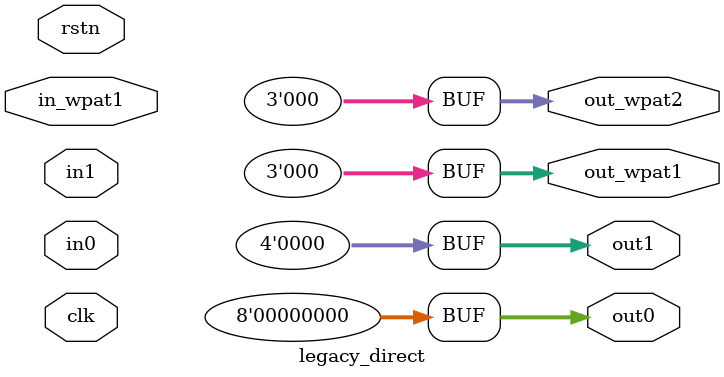
<source format=v>
module legacy_direct (
  input wire clk,
  input wire rstn,
  input wire [3:0] in0,
  input wire [7:0] in1,
  output wire [15:8] out0,
  output reg [7:4] out1,
  input wire [7:3] in_wpat1,
  output wire [3:1] out_wpat1,
  output reg [5:3] out_wpat2
);
  assign out0 = 8'b0;
  assign out1 = 4'b0;
  assign out_wpat1 = 3'b0;
  assign out_wpat2 = 3'b0;
endmodule

</source>
